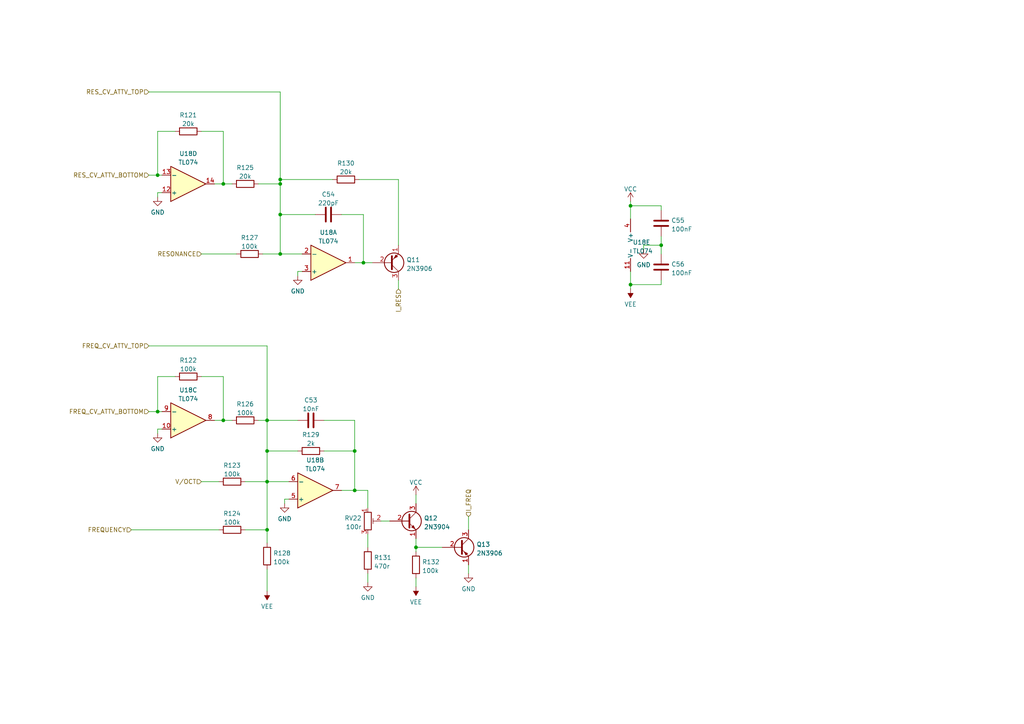
<source format=kicad_sch>
(kicad_sch (version 20211123) (generator eeschema)
  (paper "A4")
  (title_block (comment 2 "creativecommons.org/licenses/by/4.0/") (comment 3 "License: CC BY 4.0") (comment 4 "Author: Guy John"))
  (lib_symbols
    (symbol "Amplifier_Operational:TL074" (pin_names (offset 0.127))
      (property "Reference" "U" (at 0 5.08 0))
      (property "Value" "TL074" (at 0 -5.08 0))
      (symbol "TL074_1_1"
        (polyline (pts (xy -5.08 5.08) (xy 5.08 0) (xy -5.08 -5.08) (xy -5.08 5.08)) (stroke (width 0.254)) (fill (type background)))
        (pin output line (at 7.62 0 180) (length 2.54) (name "~") (number "1"))
        (pin input line (at -7.62 -2.54 0) (length 2.54) (name "-") (number "2"))
        (pin input line (at -7.62 2.54 0) (length 2.54) (name "+") (number "3"))
      )
      (symbol "TL074_2_1"
        (polyline (pts (xy -5.08 5.08) (xy 5.08 0) (xy -5.08 -5.08) (xy -5.08 5.08)) (stroke (width 0.254)) (fill (type background)))
        (pin input line (at -7.62 2.54 0) (length 2.54) (name "+") (number "5"))
        (pin input line (at -7.62 -2.54 0) (length 2.54) (name "-") (number "6"))
        (pin output line (at 7.62 0 180) (length 2.54) (name "~") (number "7"))
      )
      (symbol "TL074_3_1"
        (polyline (pts (xy -5.08 5.08) (xy 5.08 0) (xy -5.08 -5.08) (xy -5.08 5.08)) (stroke (width 0.254)) (fill (type background)))
        (pin input line (at -7.62 2.54 0) (length 2.54) (name "+") (number "10"))
        (pin output line (at 7.62 0 180) (length 2.54) (name "~") (number "8"))
        (pin input line (at -7.62 -2.54 0) (length 2.54) (name "-") (number "9"))
      )
      (symbol "TL074_4_1"
        (polyline (pts (xy -5.08 5.08) (xy 5.08 0) (xy -5.08 -5.08) (xy -5.08 5.08)) (stroke (width 0.254)) (fill (type background)))
        (pin input line (at -7.62 2.54 0) (length 2.54) (name "+") (number "12"))
        (pin input line (at -7.62 -2.54 0) (length 2.54) (name "-") (number "13"))
        (pin output line (at 7.62 0 180) (length 2.54) (name "~") (number "14"))
      )
      (symbol "TL074_5_1"
        (pin power_in line (at -2.54 -7.62 90) (length 3.81) (name "V-") (number "11"))
        (pin power_in line (at -2.54 7.62 270) (length 3.81) (name "V+") (number "4"))
      )
    )
    (symbol "Transistor_BJT:2N3904" (pin_names (offset 0) hide)
      (property "Reference" "Q" (at 5.08 1.905 0))
      (property "Value" "2N3904" (at 5.08 0 0))
      (symbol "2N3904_0_1"
        (polyline (pts (xy 0.635 0.635) (xy 2.54 2.54)))
        (polyline (pts (xy 0.635 -0.635) (xy 2.54 -2.54) (xy 2.54 -2.54)))
        (polyline (pts (xy 0.635 1.905) (xy 0.635 -1.905) (xy 0.635 -1.905)) (stroke (width 0.508)))
        (polyline (pts (xy 1.27 -1.778) (xy 1.778 -1.27) (xy 2.286 -2.286) (xy 1.27 -1.778) (xy 1.27 -1.778)) (fill (type outline)))
        (circle (center 1.27 0) (radius 2.8194) (stroke (width 0.254)))
      )
      (symbol "2N3904_1_1"
        (pin passive line (at 2.54 -5.08 90) (length 2.54) (name "E") (number "1"))
        (pin passive line (at -5.08 0 0) (length 5.715) (name "B") (number "2"))
        (pin passive line (at 2.54 5.08 270) (length 2.54) (name "C") (number "3"))
      )
    )
    (symbol "Transistor_BJT:2N3906" (pin_names (offset 0) hide)
      (property "Reference" "Q" (at 5.08 1.905 0))
      (property "Value" "2N3906" (at 5.08 0 0))
      (symbol "2N3906_0_1"
        (polyline (pts (xy 0.635 0.635) (xy 2.54 2.54)))
        (polyline (pts (xy 0.635 -0.635) (xy 2.54 -2.54) (xy 2.54 -2.54)))
        (polyline (pts (xy 0.635 1.905) (xy 0.635 -1.905) (xy 0.635 -1.905)) (stroke (width 0.508)))
        (polyline (pts (xy 2.286 -1.778) (xy 1.778 -2.286) (xy 1.27 -1.27) (xy 2.286 -1.778) (xy 2.286 -1.778)) (fill (type outline)))
        (circle (center 1.27 0) (radius 2.8194) (stroke (width 0.254)))
      )
      (symbol "2N3906_1_1"
        (pin passive line (at 2.54 -5.08 90) (length 2.54) (name "E") (number "1"))
        (pin input line (at -5.08 0 0) (length 5.715) (name "B") (number "2"))
        (pin passive line (at 2.54 5.08 270) (length 2.54) (name "C") (number "3"))
      )
    )
    (symbol "power:GND" (power) (pin_names (offset 0))
      (property "Value" "GND" (at 0 -3.81 0))
      (symbol "GND_0_1"
        (polyline (pts (xy 0 0) (xy 0 -1.27) (xy 1.27 -1.27) (xy 0 -2.54) (xy -1.27 -1.27) (xy 0 -1.27)))
      )
      (symbol "GND_1_1"
        (pin power_in line (at 0 0 270) (length 0) hide (name "GND") (number "1"))
      )
    )
    (symbol "power:VCC" (power) (pin_names (offset 0))
      (property "Value" "VCC" (at 0 3.81 0))
      (symbol "VCC_0_1"
        (polyline (pts (xy -0.762 1.27) (xy 0 2.54)))
        (polyline (pts (xy 0 0) (xy 0 2.54)))
        (polyline (pts (xy 0 2.54) (xy 0.762 1.27)))
      )
      (symbol "VCC_1_1"
        (pin power_in line (at 0 0 90) (length 0) hide (name "VCC") (number "1"))
      )
    )
    (symbol "power:VEE" (power) (pin_names (offset 0))
      (property "Value" "VEE" (at 0 3.81 0))
      (symbol "VEE_0_1"
        (polyline (pts (xy 0 0) (xy 0 2.54)))
        (polyline (pts (xy 0.762 1.27) (xy -0.762 1.27) (xy 0 2.54) (xy 0.762 1.27)) (fill (type outline)))
      )
      (symbol "VEE_1_1"
        (pin power_in line (at 0 0 90) (length 0) hide (name "VEE") (number "1"))
      )
    )
    (symbol "rumblesan-standard-parts:C" (pin_numbers hide) (pin_names (offset 0.254))
      (property "Reference" "C12" (at -3.175 0 90))
      (property "Value" "C" (at 1.905 1.905 90))
      (symbol "C_0_1"
        (polyline (pts (xy -2.032 -0.762) (xy 2.032 -0.762)) (stroke (width 0.508)))
        (polyline (pts (xy -2.032 0.762) (xy 2.032 0.762)) (stroke (width 0.508)))
      )
      (symbol "C_1_1"
        (pin passive line (at 0 3.81 270) (length 2.794) (name "~") (number "1"))
        (pin passive line (at 0 -3.81 90) (length 2.794) (name "~") (number "2"))
      )
    )
    (symbol "rumblesan-standard-parts:R" (pin_numbers hide) (pin_names (offset 0))
      (property "Reference" "R?" (at 0 0 90))
      (property "Value" "R" (at 0.635 1.905 90))
      (symbol "R_0_1"
        (rectangle (start 1.016 2.54) (end -1.016 -2.54) (stroke (width 0.254)))
      )
      (symbol "R_1_1"
        (pin passive line (at 0 -3.81 90) (length 1.27) (name "~") (number "1"))
        (pin passive line (at 0 3.81 270) (length 1.27) (name "~") (number "2"))
      )
    )
    (symbol "rumblesan-standard-parts:R_Potentiometer_Trim" (pin_names (offset 1.016) hide)
      (property "Reference" "RV1" (at -1.778 0.9085 0))
      (property "Value" "R_Potentiometer_Trim" (at -1.778 -1.8666 0))
      (symbol "R_Potentiometer_Trim_0_1"
        (polyline (pts (xy 1.524 0.762) (xy 1.524 -0.762)))
        (polyline (pts (xy 2.54 0) (xy 1.524 0)))
        (rectangle (start 1.016 2.54) (end -1.016 -2.54) (stroke (width 0.254)))
      )
      (symbol "R_Potentiometer_Trim_1_1"
        (pin passive line (at 0 3.81 270) (length 1.27) (name "1") (number "1"))
        (pin passive line (at 3.81 0 180) (length 1.27) (name "2") (number "2"))
        (pin passive line (at 0 -3.81 90) (length 1.27) (name "3") (number "3"))
      )
    )
  )
  (junction (at 77.47 139.7))
  (junction (at 77.47 153.67))
  (junction (at 45.72 119.38))
  (junction (at 81.28 73.66))
  (junction (at 191.77 71.12))
  (junction (at 45.72 50.8))
  (junction (at 105.41 76.2))
  (junction (at 120.65 158.75))
  (junction (at 182.88 59.69))
  (junction (at 77.47 121.92))
  (junction (at 102.87 130.81))
  (junction (at 182.88 82.55))
  (junction (at 64.77 53.34))
  (junction (at 81.28 62.23))
  (junction (at 81.28 53.34))
  (junction (at 102.87 142.24))
  (junction (at 64.77 121.92))
  (junction (at 81.28 52.07))
  (junction (at 77.47 130.81))
  (wire (pts (xy 135.89 163.83) (xy 135.89 166.37)))
  (wire (pts (xy 77.47 139.7) (xy 83.82 139.7)))
  (wire (pts (xy 191.77 60.96) (xy 191.77 59.69)))
  (wire (pts (xy 38.1 153.67) (xy 63.5 153.67)))
  (wire (pts (xy 120.65 167.64) (xy 120.65 170.18)))
  (wire (pts (xy 43.18 100.33) (xy 77.47 100.33)))
  (wire (pts (xy 45.72 119.38) (xy 45.72 109.22)))
  (wire (pts (xy 77.47 153.67) (xy 77.47 157.48)))
  (wire (pts (xy 105.41 76.2) (xy 107.95 76.2)))
  (wire (pts (xy 186.69 72.39) (xy 186.69 71.12)))
  (wire (pts (xy 102.87 76.2) (xy 105.41 76.2)))
  (wire (pts (xy 105.41 62.23) (xy 105.41 76.2)))
  (wire (pts (xy 93.98 130.81) (xy 102.87 130.81)))
  (wire (pts (xy 81.28 52.07) (xy 96.52 52.07)))
  (wire (pts (xy 106.68 142.24) (xy 102.87 142.24)))
  (wire (pts (xy 102.87 142.24) (xy 102.87 130.81)))
  (wire (pts (xy 58.42 73.66) (xy 68.58 73.66)))
  (wire (pts (xy 58.42 139.7) (xy 63.5 139.7)))
  (wire (pts (xy 104.14 52.07) (xy 115.57 52.07)))
  (wire (pts (xy 64.77 121.92) (xy 67.31 121.92)))
  (wire (pts (xy 77.47 130.81) (xy 77.47 139.7)))
  (wire (pts (xy 43.18 50.8) (xy 45.72 50.8)))
  (wire (pts (xy 45.72 109.22) (xy 50.8 109.22)))
  (wire (pts (xy 58.42 38.1) (xy 64.77 38.1)))
  (wire (pts (xy 74.93 121.92) (xy 77.47 121.92)))
  (wire (pts (xy 76.2 73.66) (xy 81.28 73.66)))
  (wire (pts (xy 77.47 130.81) (xy 86.36 130.81)))
  (wire (pts (xy 191.77 68.58) (xy 191.77 71.12)))
  (wire (pts (xy 115.57 52.07) (xy 115.57 71.12)))
  (wire (pts (xy 86.36 78.74) (xy 86.36 80.01)))
  (wire (pts (xy 77.47 121.92) (xy 86.36 121.92)))
  (wire (pts (xy 120.65 156.21) (xy 120.65 158.75)))
  (wire (pts (xy 43.18 119.38) (xy 45.72 119.38)))
  (wire (pts (xy 43.18 26.67) (xy 81.28 26.67)))
  (wire (pts (xy 45.72 38.1) (xy 50.8 38.1)))
  (wire (pts (xy 120.65 143.51) (xy 120.65 146.05)))
  (wire (pts (xy 99.06 142.24) (xy 102.87 142.24)))
  (wire (pts (xy 83.82 144.78) (xy 82.55 144.78)))
  (wire (pts (xy 102.87 121.92) (xy 102.87 130.81)))
  (wire (pts (xy 71.12 139.7) (xy 77.47 139.7)))
  (wire (pts (xy 77.47 165.1) (xy 77.47 171.45)))
  (wire (pts (xy 77.47 121.92) (xy 77.47 130.81)))
  (wire (pts (xy 81.28 53.34) (xy 81.28 52.07)))
  (wire (pts (xy 71.12 153.67) (xy 77.47 153.67)))
  (wire (pts (xy 106.68 154.94) (xy 106.68 158.75)))
  (wire (pts (xy 81.28 26.67) (xy 81.28 52.07)))
  (wire (pts (xy 182.88 58.42) (xy 182.88 59.69)))
  (wire (pts (xy 62.23 121.92) (xy 64.77 121.92)))
  (wire (pts (xy 58.42 109.22) (xy 64.77 109.22)))
  (wire (pts (xy 64.77 109.22) (xy 64.77 121.92)))
  (wire (pts (xy 87.63 78.74) (xy 86.36 78.74)))
  (wire (pts (xy 64.77 38.1) (xy 64.77 53.34)))
  (wire (pts (xy 46.99 50.8) (xy 45.72 50.8)))
  (wire (pts (xy 62.23 53.34) (xy 64.77 53.34)))
  (wire (pts (xy 191.77 59.69) (xy 182.88 59.69)))
  (wire (pts (xy 186.69 71.12) (xy 191.77 71.12)))
  (wire (pts (xy 182.88 78.74) (xy 182.88 82.55)))
  (wire (pts (xy 182.88 82.55) (xy 182.88 83.82)))
  (wire (pts (xy 191.77 71.12) (xy 191.77 73.66)))
  (wire (pts (xy 64.77 53.34) (xy 67.31 53.34)))
  (wire (pts (xy 106.68 147.32) (xy 106.68 142.24)))
  (wire (pts (xy 77.47 139.7) (xy 77.47 153.67)))
  (wire (pts (xy 135.89 149.86) (xy 135.89 153.67)))
  (wire (pts (xy 45.72 124.46) (xy 45.72 125.73)))
  (wire (pts (xy 120.65 158.75) (xy 128.27 158.75)))
  (wire (pts (xy 191.77 81.28) (xy 191.77 82.55)))
  (wire (pts (xy 81.28 62.23) (xy 81.28 73.66)))
  (wire (pts (xy 46.99 55.88) (xy 45.72 55.88)))
  (wire (pts (xy 74.93 53.34) (xy 81.28 53.34)))
  (wire (pts (xy 191.77 82.55) (xy 182.88 82.55)))
  (wire (pts (xy 106.68 166.37) (xy 106.68 168.91)))
  (wire (pts (xy 99.06 62.23) (xy 105.41 62.23)))
  (wire (pts (xy 82.55 144.78) (xy 82.55 146.05)))
  (wire (pts (xy 81.28 73.66) (xy 87.63 73.66)))
  (wire (pts (xy 110.49 151.13) (xy 113.03 151.13)))
  (wire (pts (xy 81.28 62.23) (xy 91.44 62.23)))
  (wire (pts (xy 115.57 81.28) (xy 115.57 83.82)))
  (wire (pts (xy 93.98 121.92) (xy 102.87 121.92)))
  (wire (pts (xy 46.99 119.38) (xy 45.72 119.38)))
  (wire (pts (xy 120.65 158.75) (xy 120.65 160.02)))
  (wire (pts (xy 45.72 50.8) (xy 45.72 38.1)))
  (wire (pts (xy 182.88 59.69) (xy 182.88 63.5)))
  (wire (pts (xy 77.47 100.33) (xy 77.47 121.92)))
  (wire (pts (xy 46.99 124.46) (xy 45.72 124.46)))
  (wire (pts (xy 45.72 55.88) (xy 45.72 57.15)))
  (wire (pts (xy 81.28 53.34) (xy 81.28 62.23)))
  (hierarchical_label "RES_CV_ATTV_BOTTOM" (shape input) (at 43.18 50.8 180))
  (hierarchical_label "V{slash}OCT" (shape input) (at 58.42 139.7 180))
  (hierarchical_label "I_RES" (shape input) (at 115.57 83.82 270))
  (hierarchical_label "FREQ_CV_ATTV_TOP" (shape input) (at 43.18 100.33 180))
  (hierarchical_label "RES_CV_ATTV_TOP" (shape input) (at 43.18 26.67 180))
  (hierarchical_label "FREQUENCY" (shape input) (at 38.1 153.67 180))
  (hierarchical_label "FREQ_CV_ATTV_BOTTOM" (shape input) (at 43.18 119.38 180))
  (hierarchical_label "RESONANCE" (shape input) (at 58.42 73.66 180))
  (hierarchical_label "I_FREQ" (shape input) (at 135.89 149.86 90))
  (symbol (lib_id "power:GND") (at 106.68 168.91 0) (unit 1)
    (property "Reference" "#PWR0172" (effects hide))
    (property "Value" "GND" (at 106.68 173.3534 0))
  )
  (symbol (lib_id "rumblesan-standard-parts:R") (at 106.68 162.56 0) (unit 1)
    (property "Reference" "R131" (at 108.458 161.7253 0) (effects (justify left)))
    (property "Value" "470r" (at 108.458 164.2622 0) (effects (justify left)))
    (property "Footprint" "rumblesan-standard-parts:R_Axial_DIN0207_L6.3mm_D2.5mm_P10.16mm_Horizontal" (effects hide))
    (property "Tolerance" "1%" (effects hide))
    (property "Power" "0.5W" (effects hide))
    (property "Spec" "metal film" (effects hide))
  )
  (symbol (lib_id "rumblesan-standard-parts:C") (at 191.77 64.77 0) (unit 1)
    (property "Reference" "C55" (at 194.691 63.9353 0) (effects (justify left)))
    (property "Value" "100nF" (at 194.691 66.4722 0) (effects (justify left)))
    (property "Footprint" "rumblesan-standard-parts:C_Rect_L7.0mm_W2.5mm_P5.00mm" (effects hide))
    (property "Spec" "ceramic C0G" (effects hide))
    (property "Tolerance" "5%" (effects hide))
  )
  (symbol (lib_id "power:GND") (at 82.55 146.05 0) (unit 1)
    (property "Reference" "#PWR0170" (effects hide))
    (property "Value" "GND" (at 82.55 150.4934 0))
  )
  (symbol (lib_id "rumblesan-standard-parts:R") (at 120.65 163.83 0) (unit 1)
    (property "Reference" "R132" (at 122.428 162.9953 0) (effects (justify left)))
    (property "Value" "100k" (at 122.428 165.5322 0) (effects (justify left)))
    (property "Footprint" "rumblesan-standard-parts:R_Axial_DIN0207_L6.3mm_D2.5mm_P10.16mm_Horizontal" (effects hide))
    (property "Tolerance" "1%" (effects hide))
    (property "Power" "0.5W" (effects hide))
    (property "Spec" "metal film" (effects hide))
  )
  (symbol (lib_id "Amplifier_Operational:TL074") (at 185.42 71.12 0) (unit 5)
    (property "Reference" "U18" (at 183.515 70.2853 0) (effects (justify left)))
    (property "Value" "TL074" (at 183.515 72.8222 0) (effects (justify left)))
    (property "Footprint" "rumblesan-standard-parts:DIP-14_W7.62mm_Socket" (effects hide))
    (property "Datasheet" "http://www.ti.com/lit/ds/symlink/tl071.pdf" (effects hide))
  )
  (symbol (lib_id "rumblesan-standard-parts:R") (at 90.17 130.81 90) (unit 1)
    (property "Reference" "R129" (at 90.17 126.0942 90))
    (property "Value" "2k" (at 90.17 128.6311 90))
    (property "Footprint" "rumblesan-standard-parts:R_Axial_DIN0207_L6.3mm_D2.5mm_P10.16mm_Horizontal" (effects hide))
    (property "Tolerance" "1%" (effects hide))
    (property "Power" "0.5W" (effects hide))
    (property "Spec" "metal film" (effects hide))
  )
  (symbol (lib_id "rumblesan-standard-parts:R") (at 67.31 153.67 90) (unit 1)
    (property "Reference" "R124" (at 67.31 148.9542 90))
    (property "Value" "100k" (at 67.31 151.4911 90))
    (property "Footprint" "rumblesan-standard-parts:R_Axial_DIN0207_L6.3mm_D2.5mm_P10.16mm_Horizontal" (effects hide))
    (property "Tolerance" "1%" (effects hide))
    (property "Power" "0.5W" (effects hide))
    (property "Spec" "metal film" (effects hide))
  )
  (symbol (lib_id "Amplifier_Operational:TL074") (at 54.61 121.92 0) (mirror x) (unit 3)
    (property "Reference" "U18" (at 54.61 113.1402 0))
    (property "Value" "TL074" (at 54.61 115.6771 0))
    (property "Footprint" "rumblesan-standard-parts:DIP-14_W7.62mm_Socket" (effects hide))
    (property "Datasheet" "http://www.ti.com/lit/ds/symlink/tl071.pdf" (effects hide))
  )
  (symbol (lib_id "power:VEE") (at 77.47 171.45 180) (unit 1)
    (property "Reference" "#PWR0169" (effects hide))
    (property "Value" "VEE" (at 77.47 175.8934 0))
  )
  (symbol (lib_id "power:GND") (at 86.36 80.01 0) (unit 1)
    (property "Reference" "#PWR0171" (effects hide))
    (property "Value" "GND" (at 86.36 84.4534 0))
  )
  (symbol (lib_id "rumblesan-standard-parts:R") (at 77.47 161.29 180) (unit 1)
    (property "Reference" "R128" (at 79.248 160.4553 0) (effects (justify right)))
    (property "Value" "100k" (at 79.248 162.9922 0) (effects (justify right)))
    (property "Footprint" "rumblesan-standard-parts:R_Axial_DIN0207_L6.3mm_D2.5mm_P10.16mm_Horizontal" (effects hide))
    (property "Tolerance" "1%" (effects hide))
    (property "Power" "0.5W" (effects hide))
    (property "Spec" "metal film" (effects hide))
  )
  (symbol (lib_id "Amplifier_Operational:TL074") (at 91.44 142.24 0) (mirror x) (unit 2)
    (property "Reference" "U18" (at 91.44 133.4602 0))
    (property "Value" "TL074" (at 91.44 135.9971 0))
    (property "Footprint" "rumblesan-standard-parts:DIP-14_W7.62mm_Socket" (effects hide))
    (property "Datasheet" "http://www.ti.com/lit/ds/symlink/tl071.pdf" (effects hide))
  )
  (symbol (lib_id "rumblesan-standard-parts:R") (at 54.61 38.1 90) (unit 1)
    (property "Reference" "R121" (at 54.61 33.3842 90))
    (property "Value" "20k" (at 54.61 35.9211 90))
    (property "Footprint" "rumblesan-standard-parts:R_Axial_DIN0207_L6.3mm_D2.5mm_P10.16mm_Horizontal" (effects hide))
    (property "Tolerance" "1%" (effects hide))
    (property "Power" "0.5W" (effects hide))
    (property "Spec" "metal film" (effects hide))
  )
  (symbol (lib_id "Transistor_BJT:2N3904") (at 118.11 151.13 0) (unit 1)
    (property "Reference" "Q12" (at 122.9614 150.2953 0) (effects (justify left)))
    (property "Value" "2N3904" (at 122.9614 152.8322 0) (effects (justify left)))
    (property "Footprint" "rumblesan-standard-parts:TO-92_Inline_Wide" (effects hide))
    (property "Datasheet" "https://www.onsemi.com/pub/Collateral/2N3903-D.PDF" (effects hide))
  )
  (symbol (lib_id "rumblesan-standard-parts:R") (at 100.33 52.07 90) (unit 1)
    (property "Reference" "R130" (at 100.33 47.3542 90))
    (property "Value" "20k" (at 100.33 49.8911 90))
    (property "Footprint" "rumblesan-standard-parts:R_Axial_DIN0207_L6.3mm_D2.5mm_P10.16mm_Horizontal" (effects hide))
    (property "Tolerance" "1%" (effects hide))
    (property "Power" "0.5W" (effects hide))
    (property "Spec" "metal film" (effects hide))
  )
  (symbol (lib_id "power:GND") (at 186.69 72.39 0) (unit 1)
    (property "Reference" "#PWR0178" (effects hide))
    (property "Value" "GND" (at 186.69 76.8334 0))
  )
  (symbol (lib_id "rumblesan-standard-parts:C") (at 95.25 62.23 90) (unit 1)
    (property "Reference" "C54" (at 95.25 56.3712 90))
    (property "Value" "220pF" (at 95.25 58.9081 90))
    (property "Footprint" "rumblesan-standard-parts:C_Rect_L7.0mm_W3.5mm_P5.00mm" (effects hide))
    (property "Spec" "ceramic C0G" (effects hide))
    (property "Tolerance" "5%" (effects hide))
  )
  (symbol (lib_id "power:VEE") (at 182.88 83.82 180) (unit 1)
    (property "Reference" "#PWR0177" (effects hide))
    (property "Value" "VEE" (at 182.88 88.2634 0))
  )
  (symbol (lib_id "power:VCC") (at 120.65 143.51 0) (unit 1)
    (property "Reference" "#PWR0173" (effects hide))
    (property "Value" "VCC" (at 120.65 139.9342 0))
  )
  (symbol (lib_id "power:GND") (at 135.89 166.37 0) (unit 1)
    (property "Reference" "#PWR0175" (effects hide))
    (property "Value" "GND" (at 135.89 170.8134 0))
  )
  (symbol (lib_id "Transistor_BJT:2N3906") (at 113.03 76.2 0) (mirror x) (unit 1)
    (property "Reference" "Q11" (at 117.8814 75.3653 0) (effects (justify left)))
    (property "Value" "2N3906" (at 117.8814 77.9022 0) (effects (justify left)))
    (property "Footprint" "rumblesan-standard-parts:TO-92_Inline_Wide" (effects hide))
    (property "Datasheet" "https://www.onsemi.com/pub/Collateral/2N3906-D.PDF" (effects hide))
  )
  (symbol (lib_id "rumblesan-standard-parts:C") (at 191.77 77.47 0) (unit 1)
    (property "Reference" "C56" (at 194.691 76.6353 0) (effects (justify left)))
    (property "Value" "100nF" (at 194.691 79.1722 0) (effects (justify left)))
    (property "Footprint" "rumblesan-standard-parts:C_Rect_L7.0mm_W2.5mm_P5.00mm" (effects hide))
    (property "Spec" "ceramic C0G" (effects hide))
    (property "Tolerance" "5%" (effects hide))
  )
  (symbol (lib_id "Transistor_BJT:2N3906") (at 133.35 158.75 0) (unit 1)
    (property "Reference" "Q13" (at 138.2014 157.9153 0) (effects (justify left)))
    (property "Value" "2N3906" (at 138.2014 160.4522 0) (effects (justify left)))
    (property "Footprint" "rumblesan-standard-parts:TO-92_Inline_Wide" (effects hide))
    (property "Datasheet" "https://www.onsemi.com/pub/Collateral/2N3906-D.PDF" (effects hide))
  )
  (symbol (lib_id "power:GND") (at 45.72 125.73 0) (unit 1)
    (property "Reference" "#PWR0168" (effects hide))
    (property "Value" "GND" (at 45.72 130.1734 0))
  )
  (symbol (lib_id "Amplifier_Operational:TL074") (at 95.25 76.2 0) (mirror x) (unit 1)
    (property "Reference" "U18" (at 95.25 67.4202 0))
    (property "Value" "TL074" (at 95.25 69.9571 0))
    (property "Footprint" "rumblesan-standard-parts:DIP-14_W7.62mm_Socket" (effects hide))
    (property "Datasheet" "http://www.ti.com/lit/ds/symlink/tl071.pdf" (effects hide))
  )
  (symbol (lib_id "power:GND") (at 45.72 57.15 0) (unit 1)
    (property "Reference" "#PWR0167" (effects hide))
    (property "Value" "GND" (at 45.72 61.5934 0))
  )
  (symbol (lib_id "rumblesan-standard-parts:R") (at 71.12 53.34 90) (unit 1)
    (property "Reference" "R125" (at 71.12 48.6242 90))
    (property "Value" "20k" (at 71.12 51.1611 90))
    (property "Footprint" "rumblesan-standard-parts:R_Axial_DIN0207_L6.3mm_D2.5mm_P10.16mm_Horizontal" (effects hide))
    (property "Tolerance" "1%" (effects hide))
    (property "Power" "0.5W" (effects hide))
    (property "Spec" "metal film" (effects hide))
  )
  (symbol (lib_id "power:VCC") (at 182.88 58.42 0) (unit 1)
    (property "Reference" "#PWR0176" (effects hide))
    (property "Value" "VCC" (at 182.88 54.8442 0))
  )
  (symbol (lib_id "rumblesan-standard-parts:C") (at 90.17 121.92 90) (unit 1)
    (property "Reference" "C53" (at 90.17 116.0612 90))
    (property "Value" "10nF" (at 90.17 118.5981 90))
    (property "Footprint" "rumblesan-standard-parts:C_Rect_L7.0mm_W3.5mm_P5.00mm" (effects hide))
    (property "Spec" "ceramic C0G" (effects hide))
    (property "Tolerance" "5%" (effects hide))
  )
  (symbol (lib_id "Amplifier_Operational:TL074") (at 54.61 53.34 0) (mirror x) (unit 4)
    (property "Reference" "U18" (at 54.61 44.5602 0))
    (property "Value" "TL074" (at 54.61 47.0971 0))
    (property "Footprint" "rumblesan-standard-parts:DIP-14_W7.62mm_Socket" (effects hide))
    (property "Datasheet" "http://www.ti.com/lit/ds/symlink/tl071.pdf" (effects hide))
  )
  (symbol (lib_id "rumblesan-standard-parts:R") (at 72.39 73.66 90) (unit 1)
    (property "Reference" "R127" (at 72.39 68.9442 90))
    (property "Value" "100k" (at 72.39 71.4811 90))
    (property "Footprint" "rumblesan-standard-parts:R_Axial_DIN0207_L6.3mm_D2.5mm_P10.16mm_Horizontal" (effects hide))
    (property "Tolerance" "1%" (effects hide))
    (property "Power" "0.5W" (effects hide))
    (property "Spec" "metal film" (effects hide))
  )
  (symbol (lib_id "rumblesan-standard-parts:R") (at 67.31 139.7 90) (unit 1)
    (property "Reference" "R123" (at 67.31 134.9842 90))
    (property "Value" "100k" (at 67.31 137.5211 90))
    (property "Footprint" "rumblesan-standard-parts:R_Axial_DIN0207_L6.3mm_D2.5mm_P10.16mm_Horizontal" (effects hide))
    (property "Tolerance" "1%" (effects hide))
    (property "Power" "0.5W" (effects hide))
    (property "Spec" "metal film" (effects hide))
  )
  (symbol (lib_id "rumblesan-standard-parts:R_Potentiometer_Trim") (at 106.68 151.13 0) (unit 1)
    (property "Reference" "RV22" (at 104.902 150.2953 0) (effects (justify right)))
    (property "Value" "100r" (at 104.902 152.8322 0) (effects (justify right)))
    (property "Footprint" "rumblesan-standard-parts:Potentiometer_THT_Bourns_3306P_Vertical" (effects hide))
    (property "Spec" "single turn" (effects hide))
  )
  (symbol (lib_id "rumblesan-standard-parts:R") (at 54.61 109.22 90) (unit 1)
    (property "Reference" "R122" (at 54.61 104.5042 90))
    (property "Value" "100k" (at 54.61 107.0411 90))
    (property "Footprint" "rumblesan-standard-parts:R_Axial_DIN0207_L6.3mm_D2.5mm_P10.16mm_Horizontal" (effects hide))
    (property "Tolerance" "1%" (effects hide))
    (property "Power" "0.5W" (effects hide))
    (property "Spec" "metal film" (effects hide))
  )
  (symbol (lib_id "power:VEE") (at 120.65 170.18 180) (unit 1)
    (property "Reference" "#PWR0174" (effects hide))
    (property "Value" "VEE" (at 120.65 174.6234 0))
  )
  (symbol (lib_id "rumblesan-standard-parts:R") (at 71.12 121.92 90) (unit 1)
    (property "Reference" "R126" (at 71.12 117.2042 90))
    (property "Value" "100k" (at 71.12 119.7411 90))
    (property "Footprint" "rumblesan-standard-parts:R_Axial_DIN0207_L6.3mm_D2.5mm_P10.16mm_Horizontal" (effects hide))
    (property "Tolerance" "1%" (effects hide))
    (property "Power" "0.5W" (effects hide))
    (property "Spec" "metal film" (effects hide))
  )
)
</source>
